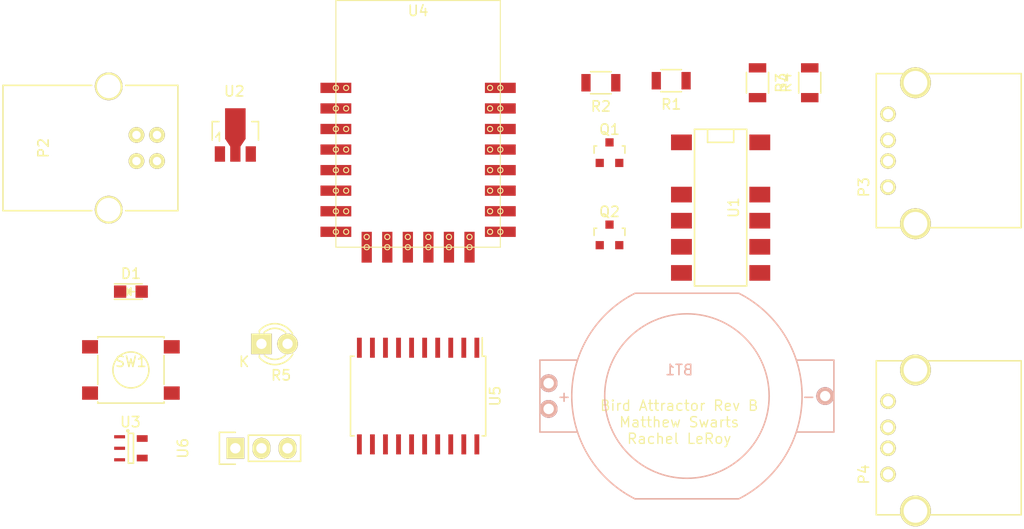
<source format=kicad_pcb>
(kicad_pcb (version 4) (host pcbnew 4.0.4-stable)

  (general
    (links 26)
    (no_connects 26)
    (area 77.904999 69.149999 184.205001 126.9475)
    (thickness 1.6)
    (drawings 1)
    (tracks 0)
    (zones 0)
    (modules 19)
    (nets 14)
  )

  (page USLetter)
  (title_block
    (title "Bird Attractor")
    (date 2016-01-30)
    (rev A)
    (company "MITTO DESIGN LLC")
    (comment 1 "Matthew Swarts")
    (comment 2 "Rachel LeRoy")
  )

  (layers
    (0 F.Cu signal)
    (31 B.Cu signal)
    (32 B.Adhes user)
    (33 F.Adhes user)
    (34 B.Paste user)
    (35 F.Paste user)
    (36 B.SilkS user)
    (37 F.SilkS user)
    (38 B.Mask user)
    (39 F.Mask user)
    (40 Dwgs.User user)
    (41 Cmts.User user)
    (42 Eco1.User user)
    (43 Eco2.User user)
    (44 Edge.Cuts user)
    (45 Margin user)
    (46 B.CrtYd user)
    (47 F.CrtYd user)
    (48 B.Fab user)
    (49 F.Fab user)
  )

  (setup
    (last_trace_width 0.3)
    (user_trace_width 0.6)
    (user_trace_width 0.9)
    (trace_clearance 0.8)
    (zone_clearance 0.508)
    (zone_45_only no)
    (trace_min 0.2)
    (segment_width 0.2)
    (edge_width 0.15)
    (via_size 0.6)
    (via_drill 0.4)
    (via_min_size 0.4)
    (via_min_drill 0.3)
    (uvia_size 0.3)
    (uvia_drill 0.1)
    (uvias_allowed no)
    (uvia_min_size 0.2)
    (uvia_min_drill 0.1)
    (pcb_text_width 0.3)
    (pcb_text_size 1.5 1.5)
    (mod_edge_width 0.15)
    (mod_text_size 1 1)
    (mod_text_width 0.15)
    (pad_size 1.7272 1.7272)
    (pad_drill 1.016)
    (pad_to_mask_clearance 0.2)
    (aux_axis_origin 0 0)
    (visible_elements 7FFFFFFF)
    (pcbplotparams
      (layerselection 0x01020_00000001)
      (usegerberextensions false)
      (excludeedgelayer true)
      (linewidth 0.100000)
      (plotframeref false)
      (viasonmask false)
      (mode 1)
      (useauxorigin false)
      (hpglpennumber 1)
      (hpglpenspeed 20)
      (hpglpendiameter 15)
      (hpglpenoverlay 2)
      (psnegative false)
      (psa4output false)
      (plotreference true)
      (plotvalue true)
      (plotinvisibletext false)
      (padsonsilk false)
      (subtractmaskfromsilk false)
      (outputformat 1)
      (mirror false)
      (drillshape 0)
      (scaleselection 1)
      (outputdirectory gerbers/))
  )

  (net 0 "")
  (net 1 GND)
  (net 2 "Net-(BT1-Pad1)")
  (net 3 "Net-(R1-Pad2)")
  (net 4 "Net-(R2-Pad2)")
  (net 5 "Net-(R1-Pad1)")
  (net 6 5V_IN)
  (net 7 "Net-(P2-Pad5)")
  (net 8 5V_OUT)
  (net 9 "Net-(P3-Pad5)")
  (net 10 "Net-(SW1-Pad2)")
  (net 11 "Net-(SW1-Pad1)")
  (net 12 "Net-(P4-Pad5)")
  (net 13 V33)

  (net_class Default "This is the default net class."
    (clearance 0.8)
    (trace_width 0.3)
    (via_dia 0.6)
    (via_drill 0.4)
    (uvia_dia 0.3)
    (uvia_drill 0.1)
    (add_net 5V_IN)
    (add_net 5V_OUT)
    (add_net GND)
    (add_net "Net-(BT1-Pad1)")
    (add_net "Net-(P2-Pad5)")
    (add_net "Net-(P3-Pad5)")
    (add_net "Net-(P4-Pad5)")
    (add_net "Net-(R1-Pad1)")
    (add_net "Net-(R1-Pad2)")
    (add_net "Net-(R2-Pad2)")
    (add_net "Net-(SW1-Pad1)")
    (add_net "Net-(SW1-Pad2)")
    (add_net V33)
  )

  (module MyKiCadParts:DIP-12-SMD (layer F.Cu) (tedit 56AD2EFA) (tstamp 56B93F7A)
    (at 145 82 270)
    (tags "smd ")
    (path /56AD22E7)
    (attr smd)
    (fp_text reference U1 (at 6.35 -5.08 270) (layer F.SilkS)
      (effects (font (size 1 1) (thickness 0.15)))
    )
    (fp_text value PR_Relay_V23079 (at 6.35 -2.54 270) (layer F.Fab)
      (effects (font (size 1 1) (thickness 0.15)))
    )
    (fp_line (start -1.27 -6.35) (end 13.97 -6.35) (layer F.SilkS) (width 0.15))
    (fp_line (start 13.97 -6.35) (end 13.97 -1.27) (layer F.SilkS) (width 0.15))
    (fp_line (start 13.97 -1.27) (end -1.27 -1.27) (layer F.SilkS) (width 0.15))
    (fp_line (start -1.27 -6.35) (end -1.27 -1.27) (layer F.SilkS) (width 0.15))
    (fp_line (start -1.27 -5.08) (end 0 -5.08) (layer F.SilkS) (width 0.15))
    (fp_line (start 0 -5.08) (end 0 -2.54) (layer F.SilkS) (width 0.15))
    (fp_line (start 0 -2.54) (end -1.27 -2.54) (layer F.SilkS) (width 0.15))
    (pad 9 smd rect (at 7.62 -7.62 270) (size 1.524 2.032) (layers F.Cu F.Paste F.Mask))
    (pad 8 smd rect (at 10.16 -7.62 270) (size 1.524 2.032) (layers F.Cu F.Paste F.Mask))
    (pad 7 smd rect (at 12.7 -7.62 270) (size 1.524 2.032) (layers F.Cu F.Paste F.Mask)
      (net 6 5V_IN))
    (pad 6 smd rect (at 12.7 0 270) (size 1.524 2.032) (layers F.Cu F.Paste F.Mask)
      (net 4 "Net-(R2-Pad2)"))
    (pad 5 smd rect (at 10.16 0 270) (size 1.524 2.032) (layers F.Cu F.Paste F.Mask)
      (net 6 5V_IN))
    (pad 4 smd rect (at 7.62 0 270) (size 1.524 2.032) (layers F.Cu F.Paste F.Mask)
      (net 8 5V_OUT))
    (pad 1 smd rect (at 0 0 270) (size 1.524 2.032) (layers F.Cu F.Paste F.Mask)
      (net 3 "Net-(R1-Pad2)"))
    (pad 3 smd rect (at 5.08 0 270) (size 1.524 2.032) (layers F.Cu F.Paste F.Mask))
    (pad 10 smd rect (at 5.08 -7.62 270) (size 1.524 2.032) (layers F.Cu F.Paste F.Mask))
    (pad 12 smd rect (at 0 -7.62 270) (size 1.524 2.032) (layers F.Cu F.Paste F.Mask)
      (net 6 5V_IN))
  )

  (module Resistors_SMD:R_1206 (layer F.Cu) (tedit 5415CFA7) (tstamp 56B93F25)
    (at 144 76 180)
    (descr "Resistor SMD 1206, reflow soldering, Vishay (see dcrcw.pdf)")
    (tags "resistor 1206")
    (path /56ABEC73)
    (attr smd)
    (fp_text reference R1 (at 0 -2.3 180) (layer F.SilkS)
      (effects (font (size 1 1) (thickness 0.15)))
    )
    (fp_text value 1K (at 0 2.3 180) (layer F.Fab)
      (effects (font (size 1 1) (thickness 0.15)))
    )
    (fp_line (start -2.2 -1.2) (end 2.2 -1.2) (layer F.CrtYd) (width 0.05))
    (fp_line (start -2.2 1.2) (end 2.2 1.2) (layer F.CrtYd) (width 0.05))
    (fp_line (start -2.2 -1.2) (end -2.2 1.2) (layer F.CrtYd) (width 0.05))
    (fp_line (start 2.2 -1.2) (end 2.2 1.2) (layer F.CrtYd) (width 0.05))
    (fp_line (start 1 1.075) (end -1 1.075) (layer F.SilkS) (width 0.15))
    (fp_line (start -1 -1.075) (end 1 -1.075) (layer F.SilkS) (width 0.15))
    (pad 1 smd rect (at -1.45 0 180) (size 0.9 1.7) (layers F.Cu F.Paste F.Mask)
      (net 5 "Net-(R1-Pad1)"))
    (pad 2 smd rect (at 1.45 0 180) (size 0.9 1.7) (layers F.Cu F.Paste F.Mask)
      (net 3 "Net-(R1-Pad2)"))
    (model Resistors_SMD.3dshapes/R_1206.wrl
      (at (xyz 0 0 0))
      (scale (xyz 1 1 1))
      (rotate (xyz 0 0 0))
    )
  )

  (module Resistors_SMD:R_1206 (layer F.Cu) (tedit 5415CFA7) (tstamp 56B93F31)
    (at 137.16 76.2 180)
    (descr "Resistor SMD 1206, reflow soldering, Vishay (see dcrcw.pdf)")
    (tags "resistor 1206")
    (path /56ABECC2)
    (attr smd)
    (fp_text reference R2 (at 0 -2.3 180) (layer F.SilkS)
      (effects (font (size 1 1) (thickness 0.15)))
    )
    (fp_text value 1K (at 0 2.3 180) (layer F.Fab)
      (effects (font (size 1 1) (thickness 0.15)))
    )
    (fp_line (start -2.2 -1.2) (end 2.2 -1.2) (layer F.CrtYd) (width 0.05))
    (fp_line (start -2.2 1.2) (end 2.2 1.2) (layer F.CrtYd) (width 0.05))
    (fp_line (start -2.2 -1.2) (end -2.2 1.2) (layer F.CrtYd) (width 0.05))
    (fp_line (start 2.2 -1.2) (end 2.2 1.2) (layer F.CrtYd) (width 0.05))
    (fp_line (start 1 1.075) (end -1 1.075) (layer F.SilkS) (width 0.15))
    (fp_line (start -1 -1.075) (end 1 -1.075) (layer F.SilkS) (width 0.15))
    (pad 1 smd rect (at -1.45 0 180) (size 0.9 1.7) (layers F.Cu F.Paste F.Mask)
      (net 5 "Net-(R1-Pad1)"))
    (pad 2 smd rect (at 1.45 0 180) (size 0.9 1.7) (layers F.Cu F.Paste F.Mask)
      (net 4 "Net-(R2-Pad2)"))
    (model Resistors_SMD.3dshapes/R_1206.wrl
      (at (xyz 0 0 0))
      (scale (xyz 1 1 1))
      (rotate (xyz 0 0 0))
    )
  )

  (module Resistors_SMD:R_1206 (layer F.Cu) (tedit 5415CFA7) (tstamp 56B93F3D)
    (at 152.4 76.2 270)
    (descr "Resistor SMD 1206, reflow soldering, Vishay (see dcrcw.pdf)")
    (tags "resistor 1206")
    (path /56AD5A39)
    (attr smd)
    (fp_text reference R3 (at 0 -2.3 270) (layer F.SilkS)
      (effects (font (size 1 1) (thickness 0.15)))
    )
    (fp_text value 1K (at 0 2.3 270) (layer F.Fab)
      (effects (font (size 1 1) (thickness 0.15)))
    )
    (fp_line (start -2.2 -1.2) (end 2.2 -1.2) (layer F.CrtYd) (width 0.05))
    (fp_line (start -2.2 1.2) (end 2.2 1.2) (layer F.CrtYd) (width 0.05))
    (fp_line (start -2.2 -1.2) (end -2.2 1.2) (layer F.CrtYd) (width 0.05))
    (fp_line (start 2.2 -1.2) (end 2.2 1.2) (layer F.CrtYd) (width 0.05))
    (fp_line (start 1 1.075) (end -1 1.075) (layer F.SilkS) (width 0.15))
    (fp_line (start -1 -1.075) (end 1 -1.075) (layer F.SilkS) (width 0.15))
    (pad 1 smd rect (at -1.45 0 270) (size 0.9 1.7) (layers F.Cu F.Paste F.Mask)
      (net 6 5V_IN))
    (pad 2 smd rect (at 1.45 0 270) (size 0.9 1.7) (layers F.Cu F.Paste F.Mask))
    (model Resistors_SMD.3dshapes/R_1206.wrl
      (at (xyz 0 0 0))
      (scale (xyz 1 1 1))
      (rotate (xyz 0 0 0))
    )
  )

  (module Resistors_SMD:R_1206 (layer F.Cu) (tedit 5415CFA7) (tstamp 56BB0A48)
    (at 157.48 76.2 90)
    (descr "Resistor SMD 1206, reflow soldering, Vishay (see dcrcw.pdf)")
    (tags "resistor 1206")
    (path /56AD833E)
    (attr smd)
    (fp_text reference R4 (at 0 -2.3 90) (layer F.SilkS)
      (effects (font (size 1 1) (thickness 0.15)))
    )
    (fp_text value 0 (at 0 2.3 90) (layer F.Fab)
      (effects (font (size 1 1) (thickness 0.15)))
    )
    (fp_line (start -2.2 -1.2) (end 2.2 -1.2) (layer F.CrtYd) (width 0.05))
    (fp_line (start -2.2 1.2) (end 2.2 1.2) (layer F.CrtYd) (width 0.05))
    (fp_line (start -2.2 -1.2) (end -2.2 1.2) (layer F.CrtYd) (width 0.05))
    (fp_line (start 2.2 -1.2) (end 2.2 1.2) (layer F.CrtYd) (width 0.05))
    (fp_line (start 1 1.075) (end -1 1.075) (layer F.SilkS) (width 0.15))
    (fp_line (start -1 -1.075) (end 1 -1.075) (layer F.SilkS) (width 0.15))
    (pad 1 smd rect (at -1.45 0 90) (size 0.9 1.7) (layers F.Cu F.Paste F.Mask)
      (net 6 5V_IN))
    (pad 2 smd rect (at 1.45 0 90) (size 0.9 1.7) (layers F.Cu F.Paste F.Mask)
      (net 5 "Net-(R1-Pad1)"))
    (model Resistors_SMD.3dshapes/R_1206.wrl
      (at (xyz 0 0 0))
      (scale (xyz 1 1 1))
      (rotate (xyz 0 0 0))
    )
  )

  (module MyKiCadParts:BU2032-1-HD-G (layer B.Cu) (tedit 56B0D772) (tstamp 56B93EF1)
    (at 132.08 106.68)
    (tags "coin cell, battery holder")
    (path /56ABED42)
    (fp_text reference BT1 (at 12.7 -2.54) (layer B.SilkS)
      (effects (font (size 1 1) (thickness 0.15)) (justify mirror))
    )
    (fp_text value "3V Battery" (at 12.7 2.54) (layer B.Fab)
      (effects (font (size 1 1) (thickness 0.15)) (justify mirror))
    )
    (fp_text user - (at 25.3 0.05) (layer B.SilkS)
      (effects (font (size 1 1) (thickness 0.15)) (justify mirror))
    )
    (fp_text user + (at 1.5 0.05) (layer B.SilkS)
      (effects (font (size 1 1) (thickness 0.15)) (justify mirror))
    )
    (fp_line (start -0.85 -3.5) (end 2.8 -3.5) (layer B.SilkS) (width 0.15))
    (fp_line (start -0.85 3.5) (end 2.8 3.5) (layer B.SilkS) (width 0.15))
    (fp_line (start 27.75 -3.5) (end 24.1 -3.5) (layer B.SilkS) (width 0.15))
    (fp_line (start 27.75 3.5) (end 24.1 3.5) (layer B.SilkS) (width 0.15))
    (fp_arc (start 13.45 0) (end 8.4 -10) (angle -126.5) (layer B.SilkS) (width 0.15))
    (fp_arc (start 13.45 0) (end 18.5 10) (angle -126.5) (layer B.SilkS) (width 0.15))
    (fp_line (start 18.5 10) (end 8.4 10) (layer B.SilkS) (width 0.15))
    (fp_line (start 18.5 -10) (end 8.4 -10) (layer B.SilkS) (width 0.15))
    (fp_line (start 27.75 3.5) (end 27.75 -3.5) (layer B.SilkS) (width 0.15))
    (fp_line (start -0.85 -3.5) (end -0.85 3.5) (layer B.SilkS) (width 0.15))
    (fp_circle (center 13.45 0) (end 21.45 0) (layer B.SilkS) (width 0.15))
    (pad 2 thru_hole circle (at 26.9 0) (size 1.7272 1.7272) (drill 1) (layers *.Cu *.Mask B.SilkS)
      (net 1 GND))
    (pad 1 thru_hole circle (at 0 1.25) (size 1.7272 1.7272) (drill 1.016) (layers *.Cu *.Mask B.SilkS)
      (net 2 "Net-(BT1-Pad1)"))
    (pad 1 thru_hole oval (at 0 -1.25) (size 1.7272 1.7272) (drill 1.016) (layers *.Cu *.Mask B.SilkS)
      (net 2 "Net-(BT1-Pad1)"))
  )

  (module LEDs:LED-0805 (layer F.Cu) (tedit 55BDE1C2) (tstamp 57FE7B12)
    (at 91.44 96.52)
    (descr "LED 0805 smd package")
    (tags "LED 0805 SMD")
    (path /57FE73F9)
    (attr smd)
    (fp_text reference D1 (at 0 -1.75) (layer F.SilkS)
      (effects (font (size 1 1) (thickness 0.15)))
    )
    (fp_text value LED (at 0 1.75) (layer F.Fab)
      (effects (font (size 1 1) (thickness 0.15)))
    )
    (fp_line (start -1.6 0.75) (end 1.1 0.75) (layer F.SilkS) (width 0.15))
    (fp_line (start -1.6 -0.75) (end 1.1 -0.75) (layer F.SilkS) (width 0.15))
    (fp_line (start -0.1 0.15) (end -0.1 -0.1) (layer F.SilkS) (width 0.15))
    (fp_line (start -0.1 -0.1) (end -0.25 0.05) (layer F.SilkS) (width 0.15))
    (fp_line (start -0.35 -0.35) (end -0.35 0.35) (layer F.SilkS) (width 0.15))
    (fp_line (start 0 0) (end 0.35 0) (layer F.SilkS) (width 0.15))
    (fp_line (start -0.35 0) (end 0 -0.35) (layer F.SilkS) (width 0.15))
    (fp_line (start 0 -0.35) (end 0 0.35) (layer F.SilkS) (width 0.15))
    (fp_line (start 0 0.35) (end -0.35 0) (layer F.SilkS) (width 0.15))
    (fp_line (start 1.9 -0.95) (end 1.9 0.95) (layer F.CrtYd) (width 0.05))
    (fp_line (start 1.9 0.95) (end -1.9 0.95) (layer F.CrtYd) (width 0.05))
    (fp_line (start -1.9 0.95) (end -1.9 -0.95) (layer F.CrtYd) (width 0.05))
    (fp_line (start -1.9 -0.95) (end 1.9 -0.95) (layer F.CrtYd) (width 0.05))
    (pad 2 smd rect (at 1.04902 0 180) (size 1.19888 1.19888) (layers F.Cu F.Paste F.Mask))
    (pad 1 smd rect (at -1.04902 0 180) (size 1.19888 1.19888) (layers F.Cu F.Paste F.Mask))
    (model LEDs.3dshapes/LED-0805.wrl
      (at (xyz 0 0 0))
      (scale (xyz 1 1 1))
      (rotate (xyz 0 0 0))
    )
  )

  (module Connect:USB_B (layer F.Cu) (tedit 55B36073) (tstamp 57FE7B1C)
    (at 93.98 83.82 180)
    (descr "USB B connector")
    (tags "USB_B USB_DEV")
    (path /57FE5369)
    (fp_text reference P2 (at 11.049 1.27 270) (layer F.SilkS)
      (effects (font (size 1 1) (thickness 0.15)))
    )
    (fp_text value USB_B (at 4.699 1.27 270) (layer F.Fab)
      (effects (font (size 1 1) (thickness 0.15)))
    )
    (fp_line (start 15.25 8.9) (end -2.3 8.9) (layer F.CrtYd) (width 0.05))
    (fp_line (start -2.3 8.9) (end -2.3 -6.35) (layer F.CrtYd) (width 0.05))
    (fp_line (start -2.3 -6.35) (end 15.25 -6.35) (layer F.CrtYd) (width 0.05))
    (fp_line (start 15.25 -6.35) (end 15.25 8.9) (layer F.CrtYd) (width 0.05))
    (fp_line (start 6.35 7.366) (end 14.986 7.366) (layer F.SilkS) (width 0.15))
    (fp_line (start -2.032 7.366) (end 3.048 7.366) (layer F.SilkS) (width 0.15))
    (fp_line (start 6.35 -4.826) (end 14.986 -4.826) (layer F.SilkS) (width 0.15))
    (fp_line (start -2.032 -4.826) (end 3.048 -4.826) (layer F.SilkS) (width 0.15))
    (fp_line (start 14.986 -4.826) (end 14.986 7.366) (layer F.SilkS) (width 0.15))
    (fp_line (start -2.032 7.366) (end -2.032 -4.826) (layer F.SilkS) (width 0.15))
    (pad 2 thru_hole circle (at 0 2.54 90) (size 1.524 1.524) (drill 0.8128) (layers *.Cu *.Mask F.SilkS))
    (pad 1 thru_hole circle (at 0 0 90) (size 1.524 1.524) (drill 0.8128) (layers *.Cu *.Mask F.SilkS)
      (net 6 5V_IN))
    (pad 4 thru_hole circle (at 1.99898 0 90) (size 1.524 1.524) (drill 0.8128) (layers *.Cu *.Mask F.SilkS)
      (net 1 GND))
    (pad 3 thru_hole circle (at 1.99898 2.54 90) (size 1.524 1.524) (drill 0.8128) (layers *.Cu *.Mask F.SilkS))
    (pad 5 thru_hole circle (at 4.699 7.26948 90) (size 2.70002 2.70002) (drill 2.30124) (layers *.Cu *.Mask F.SilkS)
      (net 7 "Net-(P2-Pad5)"))
    (pad 5 thru_hole circle (at 4.699 -4.72948 90) (size 2.70002 2.70002) (drill 2.30124) (layers *.Cu *.Mask F.SilkS)
      (net 7 "Net-(P2-Pad5)"))
    (model Connect.3dshapes/USB_B.wrl
      (at (xyz 0.185 -0.05 0.001))
      (scale (xyz 0.3937 0.3937 0.3937))
      (rotate (xyz 0 0 -90))
    )
  )

  (module Connect:USB_A (layer F.Cu) (tedit 5543E289) (tstamp 57FE7B26)
    (at 165.1 86.36 90)
    (descr "USB A connector")
    (tags "USB USB_A")
    (path /57FE56DE)
    (fp_text reference P3 (at 0 -2.35 90) (layer F.SilkS)
      (effects (font (size 1 1) (thickness 0.15)))
    )
    (fp_text value USB_A (at 3.83794 7.43458 90) (layer F.Fab)
      (effects (font (size 1 1) (thickness 0.15)))
    )
    (fp_line (start -5.3 13.2) (end -5.3 -1.4) (layer F.CrtYd) (width 0.05))
    (fp_line (start 11.95 -1.4) (end 11.95 13.2) (layer F.CrtYd) (width 0.05))
    (fp_line (start -5.3 13.2) (end 11.95 13.2) (layer F.CrtYd) (width 0.05))
    (fp_line (start -5.3 -1.4) (end 11.95 -1.4) (layer F.CrtYd) (width 0.05))
    (fp_line (start 11.04986 -1.14512) (end 11.04986 12.95188) (layer F.SilkS) (width 0.15))
    (fp_line (start -3.93614 12.95188) (end -3.93614 -1.14512) (layer F.SilkS) (width 0.15))
    (fp_line (start 11.04986 -1.14512) (end -3.93614 -1.14512) (layer F.SilkS) (width 0.15))
    (fp_line (start 11.04986 12.95188) (end -3.93614 12.95188) (layer F.SilkS) (width 0.15))
    (pad 4 thru_hole circle (at 7.11286 -0.00212) (size 1.50114 1.50114) (drill 1.00076) (layers *.Cu *.Mask F.SilkS)
      (net 1 GND))
    (pad 3 thru_hole circle (at 4.57286 -0.00212) (size 1.50114 1.50114) (drill 1.00076) (layers *.Cu *.Mask F.SilkS))
    (pad 2 thru_hole circle (at 2.54086 -0.00212) (size 1.50114 1.50114) (drill 1.00076) (layers *.Cu *.Mask F.SilkS))
    (pad 1 thru_hole circle (at 0.00086 -0.00212) (size 1.50114 1.50114) (drill 1.00076) (layers *.Cu *.Mask F.SilkS)
      (net 8 5V_OUT))
    (pad 5 thru_hole circle (at 10.16086 2.66488) (size 2.99974 2.99974) (drill 2.30124) (layers *.Cu *.Mask F.SilkS)
      (net 9 "Net-(P3-Pad5)"))
    (pad 5 thru_hole circle (at -3.55514 2.66488) (size 2.99974 2.99974) (drill 2.30124) (layers *.Cu *.Mask F.SilkS)
      (net 9 "Net-(P3-Pad5)"))
    (model Connect.3dshapes/USB_A.wrl
      (at (xyz 0.14 0 0))
      (scale (xyz 1 1 1))
      (rotate (xyz 0 0 90))
    )
  )

  (module TO_SOT_Packages_SMD:SOT-23 (layer F.Cu) (tedit 553634F8) (tstamp 57FE7B2D)
    (at 138 83)
    (descr "SOT-23, Standard")
    (tags SOT-23)
    (path /57FE739A)
    (attr smd)
    (fp_text reference Q1 (at 0 -2.25) (layer F.SilkS)
      (effects (font (size 1 1) (thickness 0.15)))
    )
    (fp_text value BSS138 (at 0 2.3) (layer F.Fab)
      (effects (font (size 1 1) (thickness 0.15)))
    )
    (fp_line (start -1.65 -1.6) (end 1.65 -1.6) (layer F.CrtYd) (width 0.05))
    (fp_line (start 1.65 -1.6) (end 1.65 1.6) (layer F.CrtYd) (width 0.05))
    (fp_line (start 1.65 1.6) (end -1.65 1.6) (layer F.CrtYd) (width 0.05))
    (fp_line (start -1.65 1.6) (end -1.65 -1.6) (layer F.CrtYd) (width 0.05))
    (fp_line (start 1.29916 -0.65024) (end 1.2509 -0.65024) (layer F.SilkS) (width 0.15))
    (fp_line (start -1.49982 0.0508) (end -1.49982 -0.65024) (layer F.SilkS) (width 0.15))
    (fp_line (start -1.49982 -0.65024) (end -1.2509 -0.65024) (layer F.SilkS) (width 0.15))
    (fp_line (start 1.29916 -0.65024) (end 1.49982 -0.65024) (layer F.SilkS) (width 0.15))
    (fp_line (start 1.49982 -0.65024) (end 1.49982 0.0508) (layer F.SilkS) (width 0.15))
    (pad 1 smd rect (at -0.95 1.00076) (size 0.8001 0.8001) (layers F.Cu F.Paste F.Mask))
    (pad 2 smd rect (at 0.95 1.00076) (size 0.8001 0.8001) (layers F.Cu F.Paste F.Mask))
    (pad 3 smd rect (at 0 -0.99822) (size 0.8001 0.8001) (layers F.Cu F.Paste F.Mask))
    (model TO_SOT_Packages_SMD.3dshapes/SOT-23.wrl
      (at (xyz 0 0 0))
      (scale (xyz 1 1 1))
      (rotate (xyz 0 0 0))
    )
  )

  (module TO_SOT_Packages_SMD:SOT-23 (layer F.Cu) (tedit 553634F8) (tstamp 57FE7B34)
    (at 138 91)
    (descr "SOT-23, Standard")
    (tags SOT-23)
    (path /57FE9072)
    (attr smd)
    (fp_text reference Q2 (at 0 -2.25) (layer F.SilkS)
      (effects (font (size 1 1) (thickness 0.15)))
    )
    (fp_text value BSS138 (at 0 2.3) (layer F.Fab)
      (effects (font (size 1 1) (thickness 0.15)))
    )
    (fp_line (start -1.65 -1.6) (end 1.65 -1.6) (layer F.CrtYd) (width 0.05))
    (fp_line (start 1.65 -1.6) (end 1.65 1.6) (layer F.CrtYd) (width 0.05))
    (fp_line (start 1.65 1.6) (end -1.65 1.6) (layer F.CrtYd) (width 0.05))
    (fp_line (start -1.65 1.6) (end -1.65 -1.6) (layer F.CrtYd) (width 0.05))
    (fp_line (start 1.29916 -0.65024) (end 1.2509 -0.65024) (layer F.SilkS) (width 0.15))
    (fp_line (start -1.49982 0.0508) (end -1.49982 -0.65024) (layer F.SilkS) (width 0.15))
    (fp_line (start -1.49982 -0.65024) (end -1.2509 -0.65024) (layer F.SilkS) (width 0.15))
    (fp_line (start 1.29916 -0.65024) (end 1.49982 -0.65024) (layer F.SilkS) (width 0.15))
    (fp_line (start 1.49982 -0.65024) (end 1.49982 0.0508) (layer F.SilkS) (width 0.15))
    (pad 1 smd rect (at -0.95 1.00076) (size 0.8001 0.8001) (layers F.Cu F.Paste F.Mask))
    (pad 2 smd rect (at 0.95 1.00076) (size 0.8001 0.8001) (layers F.Cu F.Paste F.Mask))
    (pad 3 smd rect (at 0 -0.99822) (size 0.8001 0.8001) (layers F.Cu F.Paste F.Mask))
    (model TO_SOT_Packages_SMD.3dshapes/SOT-23.wrl
      (at (xyz 0 0 0))
      (scale (xyz 1 1 1))
      (rotate (xyz 0 0 0))
    )
  )

  (module LEDs:LED-3MM (layer F.Cu) (tedit 559B82F6) (tstamp 57FE7B3A)
    (at 104.14 101.6)
    (descr "LED 3mm round vertical")
    (tags "LED  3mm round vertical")
    (path /57FE7596)
    (fp_text reference R5 (at 1.91 3.06) (layer F.SilkS)
      (effects (font (size 1 1) (thickness 0.15)))
    )
    (fp_text value Photores (at 1.3 -2.9) (layer F.Fab)
      (effects (font (size 1 1) (thickness 0.15)))
    )
    (fp_line (start -1.2 2.3) (end 3.8 2.3) (layer F.CrtYd) (width 0.05))
    (fp_line (start 3.8 2.3) (end 3.8 -2.2) (layer F.CrtYd) (width 0.05))
    (fp_line (start 3.8 -2.2) (end -1.2 -2.2) (layer F.CrtYd) (width 0.05))
    (fp_line (start -1.2 -2.2) (end -1.2 2.3) (layer F.CrtYd) (width 0.05))
    (fp_line (start -0.199 1.314) (end -0.199 1.114) (layer F.SilkS) (width 0.15))
    (fp_line (start -0.199 -1.28) (end -0.199 -1.1) (layer F.SilkS) (width 0.15))
    (fp_arc (start 1.301 0.034) (end -0.199 -1.286) (angle 108.5) (layer F.SilkS) (width 0.15))
    (fp_arc (start 1.301 0.034) (end 0.25 -1.1) (angle 85.7) (layer F.SilkS) (width 0.15))
    (fp_arc (start 1.311 0.034) (end 3.051 0.994) (angle 110) (layer F.SilkS) (width 0.15))
    (fp_arc (start 1.301 0.034) (end 2.335 1.094) (angle 87.5) (layer F.SilkS) (width 0.15))
    (fp_text user K (at -1.69 1.74) (layer F.SilkS)
      (effects (font (size 1 1) (thickness 0.15)))
    )
    (pad 1 thru_hole rect (at 0 0 90) (size 2 2) (drill 1.00076) (layers *.Cu *.Mask F.SilkS))
    (pad 2 thru_hole circle (at 2.54 0) (size 2 2) (drill 1.00076) (layers *.Cu *.Mask F.SilkS))
    (model LEDs.3dshapes/LED-3MM.wrl
      (at (xyz 0.05 0 0))
      (scale (xyz 1 1 1))
      (rotate (xyz 0 0 90))
    )
  )

  (module Buttons_Switches_SMD:SW_SPST_PTS645 (layer F.Cu) (tedit 54EA6920) (tstamp 57FE7B42)
    (at 91.44 104.14)
    (descr "C&K Components SPST SMD PTS645 Series 6mm Tact Switch")
    (tags "SPST Button Switch")
    (path /57FE5F0C)
    (fp_text reference SW1 (at 0 -0.8) (layer F.SilkS)
      (effects (font (size 1 1) (thickness 0.15)))
    )
    (fp_text value SW_PUSH (at 0.05 0.8) (layer F.Fab)
      (effects (font (size 1 1) (thickness 0.15)))
    )
    (fp_circle (center 0 0) (end 1.75 -0.05) (layer F.SilkS) (width 0.15))
    (fp_line (start 5.05 3.4) (end 5.05 -3.4) (layer F.CrtYd) (width 0.05))
    (fp_line (start -5.05 -3.4) (end -5.05 3.4) (layer F.CrtYd) (width 0.05))
    (fp_line (start -5.05 3.4) (end 5.05 3.4) (layer F.CrtYd) (width 0.05))
    (fp_line (start -5.05 -3.4) (end 5.05 -3.4) (layer F.CrtYd) (width 0.05))
    (fp_line (start 3.225 -3.225) (end 3.225 -3.1) (layer F.SilkS) (width 0.15))
    (fp_line (start 3.225 3.225) (end 3.225 3.1) (layer F.SilkS) (width 0.15))
    (fp_line (start -3.225 3.225) (end -3.225 3.1) (layer F.SilkS) (width 0.15))
    (fp_line (start -3.225 -3.1) (end -3.225 -3.225) (layer F.SilkS) (width 0.15))
    (fp_line (start 3.225 -1.4) (end 3.225 1.4) (layer F.SilkS) (width 0.15))
    (fp_line (start -3.225 -3.225) (end 3.225 -3.225) (layer F.SilkS) (width 0.15))
    (fp_line (start -3.225 -1.4) (end -3.225 1.4) (layer F.SilkS) (width 0.15))
    (fp_line (start -3.225 3.225) (end 3.225 3.225) (layer F.SilkS) (width 0.15))
    (pad 2 smd rect (at -3.975 2.25) (size 1.55 1.3) (layers F.Cu F.Paste F.Mask)
      (net 10 "Net-(SW1-Pad2)"))
    (pad 1 smd rect (at -3.975 -2.25) (size 1.55 1.3) (layers F.Cu F.Paste F.Mask)
      (net 11 "Net-(SW1-Pad1)"))
    (pad 1 smd rect (at 3.975 -2.25) (size 1.55 1.3) (layers F.Cu F.Paste F.Mask)
      (net 11 "Net-(SW1-Pad1)"))
    (pad 2 smd rect (at 3.975 2.25) (size 1.55 1.3) (layers F.Cu F.Paste F.Mask)
      (net 10 "Net-(SW1-Pad2)"))
  )

  (module MyKiCadParts:SOT-23-5-80 (layer F.Cu) (tedit 568AED9F) (tstamp 57FE7B4B)
    (at 91.44 111.76)
    (descr "5-pin SOT23 package")
    (tags SOT-23-5L)
    (path /57FE78B8)
    (attr smd)
    (fp_text reference U3 (at -0.05 -2.55) (layer F.SilkS)
      (effects (font (size 1 1) (thickness 0.15)))
    )
    (fp_text value SN74LVC1G14 (at -0.05 2.35) (layer F.Fab)
      (effects (font (size 1 1) (thickness 0.15)))
    )
    (fp_line (start -1.8 -1.6) (end 1.8 -1.6) (layer F.CrtYd) (width 0.05))
    (fp_line (start 1.8 -1.6) (end 1.8 1.6) (layer F.CrtYd) (width 0.05))
    (fp_line (start 1.8 1.6) (end -1.8 1.6) (layer F.CrtYd) (width 0.05))
    (fp_line (start -1.8 1.6) (end -1.8 -1.6) (layer F.CrtYd) (width 0.05))
    (fp_circle (center -0.3 -1.7) (end -0.2 -1.7) (layer F.SilkS) (width 0.15))
    (fp_line (start 0.25 -1.45) (end -0.25 -1.45) (layer F.SilkS) (width 0.15))
    (fp_line (start 0.25 1.45) (end 0.25 -1.45) (layer F.SilkS) (width 0.15))
    (fp_line (start -0.25 1.45) (end 0.25 1.45) (layer F.SilkS) (width 0.15))
    (fp_line (start -0.25 -1.45) (end -0.25 1.45) (layer F.SilkS) (width 0.15))
    (pad 1 smd rect (at -1.1 -1.12) (size 1.06 0.31) (layers F.Cu F.Paste F.Mask))
    (pad 2 smd rect (at -1.1 0) (size 1.06 0.31) (layers F.Cu F.Paste F.Mask))
    (pad 3 smd rect (at -1.1 1.12) (size 1.06 0.31) (layers F.Cu F.Paste F.Mask))
    (pad 4 smd rect (at 1.1 0.95) (size 1.06 0.65) (layers F.Cu F.Paste F.Mask))
    (pad 5 smd rect (at 1.1 -0.95) (size 1.06 0.65) (layers F.Cu F.Paste F.Mask))
    (model TO_SOT_Packages_SMD.3dshapes/SOT-23-5.wrl
      (at (xyz 0 0 0))
      (scale (xyz 1 1 1))
      (rotate (xyz 0 0 0))
    )
  )

  (module MyKiCadParts:ESP8266-12E-80 (layer F.Cu) (tedit 57EBB223) (tstamp 57FE7B65)
    (at 119.38 76.2)
    (path /57FE5320)
    (fp_text reference U4 (at 0 -7) (layer F.SilkS)
      (effects (font (size 1 1) (thickness 0.15)))
    )
    (fp_text value ESP8266-12E (at 0 -3.5) (layer F.Fab)
      (effects (font (size 1 1) (thickness 0.15)))
    )
    (fp_circle (center 7 0.5) (end 7 0.25) (layer F.SilkS) (width 0.1))
    (fp_circle (center 7 2.5) (end 7 2.25) (layer F.SilkS) (width 0.1))
    (fp_circle (center 7 4.5) (end 7 4.25) (layer F.SilkS) (width 0.1))
    (fp_circle (center 7 6.5) (end 7 6.25) (layer F.SilkS) (width 0.1))
    (fp_circle (center 7 8.5) (end 7 8.25) (layer F.SilkS) (width 0.1))
    (fp_circle (center 7 10.5) (end 7 10.25) (layer F.SilkS) (width 0.1))
    (fp_circle (center 7 12.5) (end 7 12.25) (layer F.SilkS) (width 0.1))
    (fp_circle (center 7 14.5) (end 7 14.25) (layer F.SilkS) (width 0.1))
    (fp_circle (center 5 15) (end 5 14.75) (layer F.SilkS) (width 0.1))
    (fp_circle (center 3 15) (end 3 14.75) (layer F.SilkS) (width 0.1))
    (fp_circle (center 1 15) (end 1 14.75) (layer F.SilkS) (width 0.1))
    (fp_circle (center -1 15) (end -1 14.75) (layer F.SilkS) (width 0.1))
    (fp_circle (center -3 15) (end -3 14.75) (layer F.SilkS) (width 0.1))
    (fp_circle (center -5 15) (end -5 14.75) (layer F.SilkS) (width 0.1))
    (fp_circle (center -7 14.5) (end -7 14.25) (layer F.SilkS) (width 0.1))
    (fp_circle (center -7 12.5) (end -7 12.25) (layer F.SilkS) (width 0.1))
    (fp_circle (center -7 10.5) (end -7 10.25) (layer F.SilkS) (width 0.1))
    (fp_circle (center -7 8.5) (end -7 8.25) (layer F.SilkS) (width 0.1))
    (fp_circle (center -7 6.5) (end -7 6.25) (layer F.SilkS) (width 0.1))
    (fp_circle (center -7 4.5) (end -7 4.25) (layer F.SilkS) (width 0.1))
    (fp_circle (center -7 2.5) (end -7 2.25) (layer F.SilkS) (width 0.1))
    (fp_circle (center -7 0.5) (end -7 0.25) (layer F.SilkS) (width 0.1))
    (fp_circle (center 8 0.5) (end 8.25 0.5) (layer F.SilkS) (width 0.1))
    (fp_circle (center 8 2.5) (end 8.25 2.5) (layer F.SilkS) (width 0.1))
    (fp_circle (center 8 4.5) (end 8.25 4.5) (layer F.SilkS) (width 0.1))
    (fp_circle (center 8 6.5) (end 8.25 6.5) (layer F.SilkS) (width 0.1))
    (fp_circle (center 8 8.5) (end 8.25 8.5) (layer F.SilkS) (width 0.1))
    (fp_circle (center 8 10.5) (end 8.25 10.5) (layer F.SilkS) (width 0.1))
    (fp_circle (center 8 12.5) (end 8.25 12.5) (layer F.SilkS) (width 0.1))
    (fp_circle (center 8 14.5) (end 8.25 14.5) (layer F.SilkS) (width 0.1))
    (fp_circle (center 5 16) (end 5 15.75) (layer F.SilkS) (width 0.1))
    (fp_circle (center 3 16) (end 3 15.75) (layer F.SilkS) (width 0.1))
    (fp_circle (center 1 16) (end 1 15.75) (layer F.SilkS) (width 0.1))
    (fp_circle (center -1 16) (end -1 15.75) (layer F.SilkS) (width 0.1))
    (fp_circle (center -3 16) (end -3 15.75) (layer F.SilkS) (width 0.1))
    (fp_circle (center -5 16) (end -5 15.75) (layer F.SilkS) (width 0.1))
    (fp_circle (center -8 14.5) (end -8 14.25) (layer F.SilkS) (width 0.1))
    (fp_circle (center -8 12.5) (end -8 12.25) (layer F.SilkS) (width 0.1))
    (fp_circle (center -8 10.5) (end -8 10.25) (layer F.SilkS) (width 0.1))
    (fp_circle (center -8 8.5) (end -8 8.25) (layer F.SilkS) (width 0.1))
    (fp_circle (center -8 6.5) (end -8 6.25) (layer F.SilkS) (width 0.1))
    (fp_circle (center -8 4.5) (end -8 4.25) (layer F.SilkS) (width 0.1))
    (fp_circle (center -8 2.5) (end -8 2.25) (layer F.SilkS) (width 0.1))
    (fp_circle (center -8 0.5) (end -8 0.25) (layer F.SilkS) (width 0.1))
    (fp_line (start -8 -8) (end 8 -8) (layer F.SilkS) (width 0.1))
    (fp_line (start 8 -8) (end 8 16) (layer F.SilkS) (width 0.1))
    (fp_line (start 8 16) (end -8 16) (layer F.SilkS) (width 0.1))
    (fp_line (start -8 16) (end -8 -8) (layer F.SilkS) (width 0.1))
    (pad 14 smd rect (at 5 16 90) (size 3 1) (layers F.Cu F.Paste F.Mask))
    (pad 13 smd rect (at 3 16 90) (size 3 1) (layers F.Cu F.Paste F.Mask))
    (pad 12 smd rect (at 1 16 90) (size 3 1) (layers F.Cu F.Paste F.Mask))
    (pad 11 smd rect (at -1 16 90) (size 3 1) (layers F.Cu F.Paste F.Mask))
    (pad 10 smd rect (at -3 16 90) (size 3 1) (layers F.Cu F.Paste F.Mask))
    (pad 9 smd rect (at -5 16 90) (size 3 1) (layers F.Cu F.Paste F.Mask))
    (pad 1 smd rect (at -8 0.5) (size 3 1) (layers F.Cu F.Paste F.Mask))
    (pad 2 smd rect (at -8 2.5) (size 3 1) (layers F.Cu F.Paste F.Mask))
    (pad 3 smd rect (at -8 4.5) (size 3 1) (layers F.Cu F.Paste F.Mask))
    (pad 4 smd rect (at -8 6.5) (size 3 1) (layers F.Cu F.Paste F.Mask))
    (pad 5 smd rect (at -8 8.5) (size 3 1) (layers F.Cu F.Paste F.Mask))
    (pad 6 smd rect (at -8 10.5) (size 3 1) (layers F.Cu F.Paste F.Mask))
    (pad 7 smd rect (at -8 12.5) (size 3 1) (layers F.Cu F.Paste F.Mask))
    (pad 8 smd rect (at -8 14.5) (size 3 1) (layers F.Cu F.Paste F.Mask)
      (net 13 V33))
    (pad 15 smd rect (at 8 14.5) (size 3 1) (layers F.Cu F.Paste F.Mask)
      (net 1 GND))
    (pad 16 smd rect (at 8 12.5) (size 3 1) (layers F.Cu F.Paste F.Mask))
    (pad 17 smd rect (at 8 10.5) (size 3 1) (layers F.Cu F.Paste F.Mask))
    (pad 18 smd rect (at 8 8.5) (size 3 1) (layers F.Cu F.Paste F.Mask))
    (pad 19 smd rect (at 8 6.5) (size 3 1) (layers F.Cu F.Paste F.Mask))
    (pad 20 smd rect (at 8 4.5) (size 3 1) (layers F.Cu F.Paste F.Mask))
    (pad 21 smd rect (at 8 2.5) (size 3 1) (layers F.Cu F.Paste F.Mask))
    (pad 22 smd rect (at 8 0.5) (size 3 1) (layers F.Cu F.Paste F.Mask))
  )

  (module MyKiCadParts:SOIC-20_7.5x12.8mm_Pitch1.27mm-80 (layer F.Cu) (tedit 567847F2) (tstamp 57FE7B7D)
    (at 119.38 106.68 270)
    (descr "20-Lead Plastic Small Outline (SO) - Wide, 7.50 mm Body [SOIC] (see Microchip Packaging Specification 00000049BS.pdf)")
    (tags "SOIC 1.27")
    (path /57FE8569)
    (attr smd)
    (fp_text reference U5 (at 0 -7.5 270) (layer F.SilkS)
      (effects (font (size 1 1) (thickness 0.15)))
    )
    (fp_text value PCF2129AT (at 0 7.5 270) (layer F.Fab)
      (effects (font (size 1 1) (thickness 0.15)))
    )
    (fp_line (start -5.95 -6.75) (end -5.95 6.75) (layer F.CrtYd) (width 0.05))
    (fp_line (start 5.95 -6.75) (end 5.95 6.75) (layer F.CrtYd) (width 0.05))
    (fp_line (start -5.95 -6.75) (end 5.95 -6.75) (layer F.CrtYd) (width 0.05))
    (fp_line (start -5.95 6.75) (end 5.95 6.75) (layer F.CrtYd) (width 0.05))
    (fp_line (start -3.875 -6.575) (end -3.875 -6.24) (layer F.SilkS) (width 0.15))
    (fp_line (start 3.875 -6.575) (end 3.875 -6.24) (layer F.SilkS) (width 0.15))
    (fp_line (start 3.875 6.575) (end 3.875 6.24) (layer F.SilkS) (width 0.15))
    (fp_line (start -3.875 6.575) (end -3.875 6.24) (layer F.SilkS) (width 0.15))
    (fp_line (start -3.875 -6.575) (end 3.875 -6.575) (layer F.SilkS) (width 0.15))
    (fp_line (start -3.875 6.575) (end 3.875 6.575) (layer F.SilkS) (width 0.15))
    (fp_line (start -3.875 -6.24) (end -5.675 -6.24) (layer F.SilkS) (width 0.15))
    (pad 1 smd rect (at -4.7 -5.715 270) (size 1.95 0.47) (layers F.Cu F.Paste F.Mask))
    (pad 2 smd rect (at -4.7 -4.445 270) (size 1.95 0.47) (layers F.Cu F.Paste F.Mask))
    (pad 3 smd rect (at -4.7 -3.175 270) (size 1.95 0.47) (layers F.Cu F.Paste F.Mask))
    (pad 4 smd rect (at -4.7 -1.905 270) (size 1.95 0.47) (layers F.Cu F.Paste F.Mask))
    (pad 5 smd rect (at -4.7 -0.635 270) (size 1.95 0.47) (layers F.Cu F.Paste F.Mask))
    (pad 6 smd rect (at -4.7 0.635 270) (size 1.95 0.47) (layers F.Cu F.Paste F.Mask))
    (pad 7 smd rect (at -4.7 1.905 270) (size 1.95 0.47) (layers F.Cu F.Paste F.Mask))
    (pad 8 smd rect (at -4.7 3.175 270) (size 1.95 0.47) (layers F.Cu F.Paste F.Mask))
    (pad 9 smd rect (at -4.7 4.445 270) (size 1.95 0.47) (layers F.Cu F.Paste F.Mask))
    (pad 10 smd rect (at -4.7 5.715 270) (size 1.95 0.47) (layers F.Cu F.Paste F.Mask))
    (pad 11 smd rect (at 4.7 5.715 270) (size 1.95 0.47) (layers F.Cu F.Paste F.Mask))
    (pad 12 smd rect (at 4.7 4.445 270) (size 1.95 0.47) (layers F.Cu F.Paste F.Mask))
    (pad 13 smd rect (at 4.7 3.175 270) (size 1.95 0.47) (layers F.Cu F.Paste F.Mask))
    (pad 14 smd rect (at 4.7 1.905 270) (size 1.95 0.47) (layers F.Cu F.Paste F.Mask))
    (pad 15 smd rect (at 4.7 0.635 270) (size 1.95 0.47) (layers F.Cu F.Paste F.Mask))
    (pad 16 smd rect (at 4.7 -0.635 270) (size 1.95 0.47) (layers F.Cu F.Paste F.Mask))
    (pad 17 smd rect (at 4.7 -1.905 270) (size 1.95 0.47) (layers F.Cu F.Paste F.Mask))
    (pad 18 smd rect (at 4.7 -3.175 270) (size 1.95 0.47) (layers F.Cu F.Paste F.Mask))
    (pad 19 smd rect (at 4.7 -4.445 270) (size 1.95 0.47) (layers F.Cu F.Paste F.Mask))
    (pad 20 smd rect (at 4.7 -5.715 270) (size 1.95 0.47) (layers F.Cu F.Paste F.Mask))
    (model Housings_SOIC.3dshapes/SOIC-20_7.5x12.8mm_Pitch1.27mm.wrl
      (at (xyz 0 0 0))
      (scale (xyz 1 1 1))
      (rotate (xyz 0 0 0))
    )
  )

  (module Connect:USB_A (layer F.Cu) (tedit 5543E289) (tstamp 57FE7C68)
    (at 165.1 114.3 90)
    (descr "USB A connector")
    (tags "USB USB_A")
    (path /57FEA640)
    (fp_text reference P4 (at 0 -2.35 90) (layer F.SilkS)
      (effects (font (size 1 1) (thickness 0.15)))
    )
    (fp_text value USB_A (at 3.83794 7.43458 90) (layer F.Fab)
      (effects (font (size 1 1) (thickness 0.15)))
    )
    (fp_line (start -5.3 13.2) (end -5.3 -1.4) (layer F.CrtYd) (width 0.05))
    (fp_line (start 11.95 -1.4) (end 11.95 13.2) (layer F.CrtYd) (width 0.05))
    (fp_line (start -5.3 13.2) (end 11.95 13.2) (layer F.CrtYd) (width 0.05))
    (fp_line (start -5.3 -1.4) (end 11.95 -1.4) (layer F.CrtYd) (width 0.05))
    (fp_line (start 11.04986 -1.14512) (end 11.04986 12.95188) (layer F.SilkS) (width 0.15))
    (fp_line (start -3.93614 12.95188) (end -3.93614 -1.14512) (layer F.SilkS) (width 0.15))
    (fp_line (start 11.04986 -1.14512) (end -3.93614 -1.14512) (layer F.SilkS) (width 0.15))
    (fp_line (start 11.04986 12.95188) (end -3.93614 12.95188) (layer F.SilkS) (width 0.15))
    (pad 4 thru_hole circle (at 7.11286 -0.00212) (size 1.50114 1.50114) (drill 1.00076) (layers *.Cu *.Mask F.SilkS)
      (net 1 GND))
    (pad 3 thru_hole circle (at 4.57286 -0.00212) (size 1.50114 1.50114) (drill 1.00076) (layers *.Cu *.Mask F.SilkS))
    (pad 2 thru_hole circle (at 2.54086 -0.00212) (size 1.50114 1.50114) (drill 1.00076) (layers *.Cu *.Mask F.SilkS))
    (pad 1 thru_hole circle (at 0.00086 -0.00212) (size 1.50114 1.50114) (drill 1.00076) (layers *.Cu *.Mask F.SilkS)
      (net 8 5V_OUT))
    (pad 5 thru_hole circle (at 10.16086 2.66488) (size 2.99974 2.99974) (drill 2.30124) (layers *.Cu *.Mask F.SilkS)
      (net 12 "Net-(P4-Pad5)"))
    (pad 5 thru_hole circle (at -3.55514 2.66488) (size 2.99974 2.99974) (drill 2.30124) (layers *.Cu *.Mask F.SilkS)
      (net 12 "Net-(P4-Pad5)"))
    (model Connect.3dshapes/USB_A.wrl
      (at (xyz 0.14 0 0))
      (scale (xyz 1 1 1))
      (rotate (xyz 0 0 90))
    )
  )

  (module TO_SOT_Packages_SMD:SOT89-3_Housing (layer F.Cu) (tedit 0) (tstamp 57FE7F9E)
    (at 101.6 81.28)
    (descr "SOT89-3, Housing,")
    (tags "SOT89-3, Housing,")
    (path /57FEC6C7)
    (attr smd)
    (fp_text reference U2 (at -0.09906 -4.24942) (layer F.SilkS)
      (effects (font (size 1 1) (thickness 0.15)))
    )
    (fp_text value AMS1117-3.3 (at -0.20066 4.59994) (layer F.Fab)
      (effects (font (size 1 1) (thickness 0.15)))
    )
    (fp_line (start -1.89992 0.20066) (end -1.651 -0.09906) (layer F.SilkS) (width 0.15))
    (fp_line (start -1.651 -0.09906) (end -1.5494 -0.24892) (layer F.SilkS) (width 0.15))
    (fp_line (start -1.5494 -0.24892) (end -1.5494 0.59944) (layer F.SilkS) (width 0.15))
    (fp_line (start -2.25044 -1.30048) (end -2.25044 0.50038) (layer F.SilkS) (width 0.15))
    (fp_line (start -2.25044 -1.30048) (end -1.6002 -1.30048) (layer F.SilkS) (width 0.15))
    (fp_line (start 2.25044 -1.30048) (end 2.25044 0.50038) (layer F.SilkS) (width 0.15))
    (fp_line (start 2.25044 -1.30048) (end 1.6002 -1.30048) (layer F.SilkS) (width 0.15))
    (pad 1 smd rect (at -1.50114 1.85166) (size 1.00076 1.50114) (layers F.Cu F.Paste F.Mask)
      (net 1 GND))
    (pad 2 smd rect (at 0 1.85166) (size 1.00076 1.50114) (layers F.Cu F.Paste F.Mask)
      (net 13 V33))
    (pad 3 smd rect (at 1.50114 1.85166) (size 1.00076 1.50114) (layers F.Cu F.Paste F.Mask)
      (net 6 5V_IN))
    (pad 2 smd rect (at 0 -1.09982) (size 1.99898 2.99974) (layers F.Cu F.Paste F.Mask)
      (net 13 V33))
    (pad 2 smd trapezoid (at 0 0.7493 180) (size 1.50114 0.7493) (rect_delta 0 0.50038 ) (layers F.Cu F.Paste F.Mask)
      (net 13 V33))
    (model TO_SOT_Packages_SMD.3dshapes/SOT89-3_Housing.wrl
      (at (xyz 0 0 0))
      (scale (xyz 0.3937 0.3937 0.3937))
      (rotate (xyz 0 0 0))
    )
  )

  (module Pin_Headers:Pin_Header_Straight_1x03 (layer F.Cu) (tedit 0) (tstamp 57FE7FA5)
    (at 101.6 111.76 90)
    (descr "Through hole pin header")
    (tags "pin header")
    (path /57FED21F)
    (fp_text reference U6 (at 0 -5.1 90) (layer F.SilkS)
      (effects (font (size 1 1) (thickness 0.15)))
    )
    (fp_text value VS18388 (at 0 -3.1 90) (layer F.Fab)
      (effects (font (size 1 1) (thickness 0.15)))
    )
    (fp_line (start -1.75 -1.75) (end -1.75 6.85) (layer F.CrtYd) (width 0.05))
    (fp_line (start 1.75 -1.75) (end 1.75 6.85) (layer F.CrtYd) (width 0.05))
    (fp_line (start -1.75 -1.75) (end 1.75 -1.75) (layer F.CrtYd) (width 0.05))
    (fp_line (start -1.75 6.85) (end 1.75 6.85) (layer F.CrtYd) (width 0.05))
    (fp_line (start -1.27 1.27) (end -1.27 6.35) (layer F.SilkS) (width 0.15))
    (fp_line (start -1.27 6.35) (end 1.27 6.35) (layer F.SilkS) (width 0.15))
    (fp_line (start 1.27 6.35) (end 1.27 1.27) (layer F.SilkS) (width 0.15))
    (fp_line (start 1.55 -1.55) (end 1.55 0) (layer F.SilkS) (width 0.15))
    (fp_line (start 1.27 1.27) (end -1.27 1.27) (layer F.SilkS) (width 0.15))
    (fp_line (start -1.55 0) (end -1.55 -1.55) (layer F.SilkS) (width 0.15))
    (fp_line (start -1.55 -1.55) (end 1.55 -1.55) (layer F.SilkS) (width 0.15))
    (pad 1 thru_hole rect (at 0 0 90) (size 2.032 1.7272) (drill 1.016) (layers *.Cu *.Mask F.SilkS))
    (pad 2 thru_hole oval (at 0 2.54 90) (size 2.032 1.7272) (drill 1.016) (layers *.Cu *.Mask F.SilkS))
    (pad 3 thru_hole oval (at 0 5.08 90) (size 2.032 1.7272) (drill 1.016) (layers *.Cu *.Mask F.SilkS))
    (model Pin_Headers.3dshapes/Pin_Header_Straight_1x03.wrl
      (at (xyz 0 -0.1 0))
      (scale (xyz 1 1 1))
      (rotate (xyz 0 0 90))
    )
  )

  (gr_text "Bird Attractor Rev B\nMatthew Swarts\nRachel LeRoy" (at 144.78 109.22) (layer F.SilkS)
    (effects (font (size 1 1) (thickness 0.125)))
  )

)

</source>
